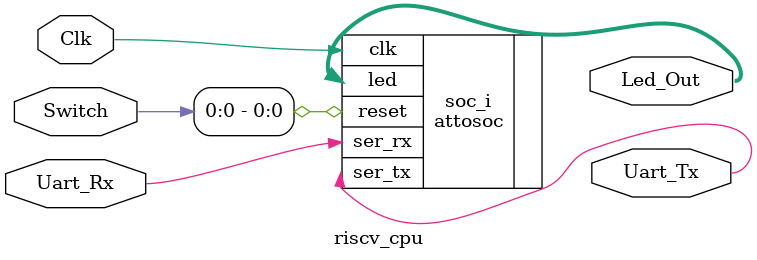
<source format=v>
module riscv_cpu (
  input Clk,
  input [3:0] Switch,
  output [7:0] Led_Out,
  output Uart_Tx,
  input  Uart_Rx
	);

	wire [7:0] soc_led;

	attosoc soc_i(
			.clk(Clk),
			.reset(Switch[0]),
			.led(Led_Out),
			.ser_tx(Uart_Tx),
			.ser_rx(Uart_Rx)
	);

endmodule

</source>
